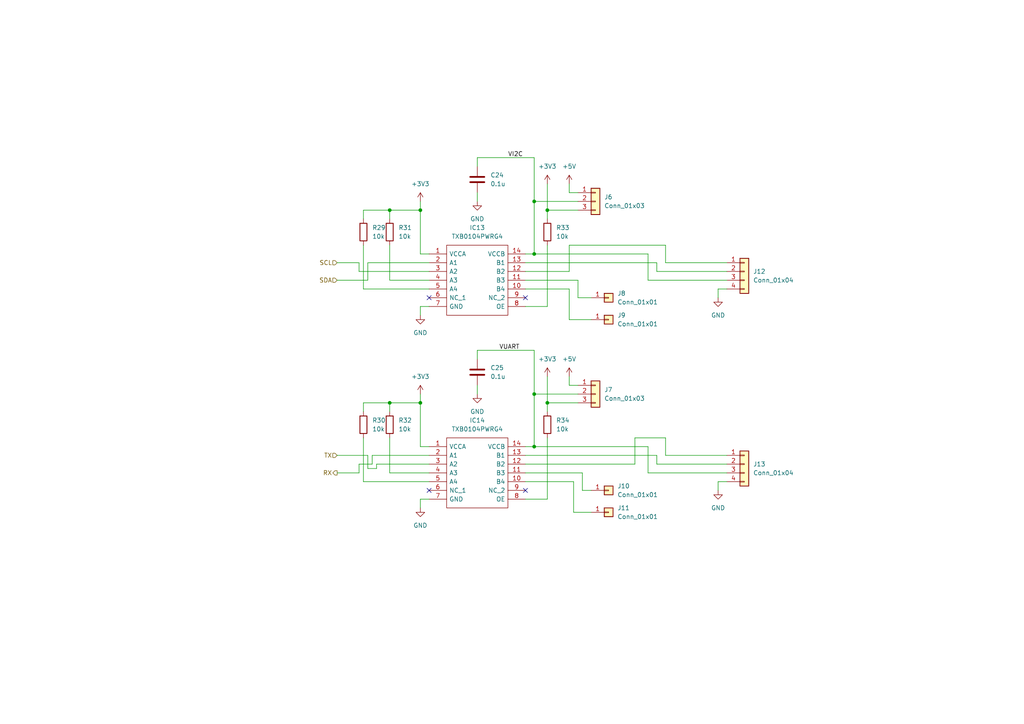
<source format=kicad_sch>
(kicad_sch (version 20211123) (generator eeschema)
  (paper "A4")
  (lib_symbols
    (symbol "Connector_Generic:Conn_01x01" (pin_names (offset 1.016) hide)
      (property "Reference" "J" (at 0 2.54 0))
      (property "Value" "Conn_01x01" (at 0 -2.54 0))
      (symbol "Conn_01x01_1_1"
        (rectangle (start -1.27 0.127) (end 0 -0.127) (stroke (width 0.1524)))
        (rectangle (start -1.27 1.27) (end 1.27 -1.27) (stroke (width 0.254)) (fill (type background)))
        (pin passive line (at -5.08 0 0) (length 3.81) (name "Pin_1") (number "1"))
      )
    )
    (symbol "Connector_Generic:Conn_01x03" (pin_names (offset 1.016) hide)
      (property "Reference" "J" (at 0 5.08 0))
      (property "Value" "Conn_01x03" (at 0 -5.08 0))
      (symbol "Conn_01x03_1_1"
        (rectangle (start -1.27 -2.413) (end 0 -2.667) (stroke (width 0.1524)))
        (rectangle (start -1.27 0.127) (end 0 -0.127) (stroke (width 0.1524)))
        (rectangle (start -1.27 2.667) (end 0 2.413) (stroke (width 0.1524)))
        (rectangle (start -1.27 3.81) (end 1.27 -3.81) (stroke (width 0.254)) (fill (type background)))
        (pin passive line (at -5.08 2.54 0) (length 3.81) (name "Pin_1") (number "1"))
        (pin passive line (at -5.08 0 0) (length 3.81) (name "Pin_2") (number "2"))
        (pin passive line (at -5.08 -2.54 0) (length 3.81) (name "Pin_3") (number "3"))
      )
    )
    (symbol "Connector_Generic:Conn_01x04" (pin_names (offset 1.016) hide)
      (property "Reference" "J" (at 0 5.08 0))
      (property "Value" "Conn_01x04" (at 0 -7.62 0))
      (symbol "Conn_01x04_1_1"
        (rectangle (start -1.27 -4.953) (end 0 -5.207) (stroke (width 0.1524)))
        (rectangle (start -1.27 -2.413) (end 0 -2.667) (stroke (width 0.1524)))
        (rectangle (start -1.27 0.127) (end 0 -0.127) (stroke (width 0.1524)))
        (rectangle (start -1.27 2.667) (end 0 2.413) (stroke (width 0.1524)))
        (rectangle (start -1.27 3.81) (end 1.27 -6.35) (stroke (width 0.254)) (fill (type background)))
        (pin passive line (at -5.08 2.54 0) (length 3.81) (name "Pin_1") (number "1"))
        (pin passive line (at -5.08 0 0) (length 3.81) (name "Pin_2") (number "2"))
        (pin passive line (at -5.08 -2.54 0) (length 3.81) (name "Pin_3") (number "3"))
        (pin passive line (at -5.08 -5.08 0) (length 3.81) (name "Pin_4") (number "4"))
      )
    )
    (symbol "Device:C" (pin_numbers hide) (pin_names (offset 0.254))
      (property "Reference" "C" (at 0.635 2.54 0))
      (property "Value" "C" (at 0.635 -2.54 0))
      (symbol "C_0_1"
        (polyline (pts (xy -2.032 -0.762) (xy 2.032 -0.762)) (stroke (width 0.508)))
        (polyline (pts (xy -2.032 0.762) (xy 2.032 0.762)) (stroke (width 0.508)))
      )
      (symbol "C_1_1"
        (pin passive line (at 0 3.81 270) (length 2.794) (name "~") (number "1"))
        (pin passive line (at 0 -3.81 90) (length 2.794) (name "~") (number "2"))
      )
    )
    (symbol "Device:R" (pin_numbers hide) (pin_names (offset 0))
      (property "Reference" "R" (at 2.032 0 90))
      (property "Value" "R" (at 0 0 90))
      (symbol "R_0_1"
        (rectangle (start -1.016 -2.54) (end 1.016 2.54) (stroke (width 0.254)))
      )
      (symbol "R_1_1"
        (pin passive line (at 0 3.81 270) (length 1.27) (name "~") (number "1"))
        (pin passive line (at 0 -3.81 90) (length 1.27) (name "~") (number "2"))
      )
    )
    (symbol "LibraryLoader:TXB0104PWRG4" (pin_names (offset 0.762))
      (property "Reference" "IC" (at 24.13 7.62 0))
      (property "Value" "TXB0104PWRG4" (at 24.13 5.08 0))
      (symbol "TXB0104PWRG4_0_0"
        (pin passive line (at 0 0 0) (length 5.08) (name "VCCA") (number "1"))
        (pin passive line (at 27.94 -10.16 180) (length 5.08) (name "B4") (number "10"))
        (pin passive line (at 27.94 -7.62 180) (length 5.08) (name "B3") (number "11"))
        (pin passive line (at 27.94 -5.08 180) (length 5.08) (name "B2") (number "12"))
        (pin passive line (at 27.94 -2.54 180) (length 5.08) (name "B1") (number "13"))
        (pin passive line (at 27.94 0 180) (length 5.08) (name "VCCB") (number "14"))
        (pin passive line (at 0 -2.54 0) (length 5.08) (name "A1") (number "2"))
        (pin passive line (at 0 -5.08 0) (length 5.08) (name "A2") (number "3"))
        (pin passive line (at 0 -7.62 0) (length 5.08) (name "A3") (number "4"))
        (pin passive line (at 0 -10.16 0) (length 5.08) (name "A4") (number "5"))
        (pin passive line (at 0 -12.7 0) (length 5.08) (name "NC_1") (number "6"))
        (pin passive line (at 0 -15.24 0) (length 5.08) (name "GND") (number "7"))
        (pin passive line (at 27.94 -15.24 180) (length 5.08) (name "OE") (number "8"))
        (pin passive line (at 27.94 -12.7 180) (length 5.08) (name "NC_2") (number "9"))
      )
      (symbol "TXB0104PWRG4_0_1"
        (polyline (pts (xy 5.08 2.54) (xy 22.86 2.54) (xy 22.86 -17.78) (xy 5.08 -17.78) (xy 5.08 2.54)) (stroke (width 0.1524)))
      )
    )
    (symbol "power:+3.3V" (power) (pin_names (offset 0))
      (property "Value" "+3.3V" (at 0 3.556 0))
      (symbol "+3.3V_0_1"
        (polyline (pts (xy -0.762 1.27) (xy 0 2.54)))
        (polyline (pts (xy 0 0) (xy 0 2.54)))
        (polyline (pts (xy 0 2.54) (xy 0.762 1.27)))
      )
      (symbol "+3.3V_1_1"
        (pin power_in line (at 0 0 90) (length 0) hide (name "+3V3") (number "1"))
      )
    )
    (symbol "power:+5V" (power) (pin_names (offset 0))
      (property "Value" "+5V" (at 0 3.556 0))
      (symbol "+5V_0_1"
        (polyline (pts (xy -0.762 1.27) (xy 0 2.54)))
        (polyline (pts (xy 0 0) (xy 0 2.54)))
        (polyline (pts (xy 0 2.54) (xy 0.762 1.27)))
      )
      (symbol "+5V_1_1"
        (pin power_in line (at 0 0 90) (length 0) hide (name "+5V") (number "1"))
      )
    )
    (symbol "power:GND" (power) (pin_names (offset 0))
      (property "Value" "GND" (at 0 -3.81 0))
      (symbol "GND_0_1"
        (polyline (pts (xy 0 0) (xy 0 -1.27) (xy 1.27 -1.27) (xy 0 -2.54) (xy -1.27 -1.27) (xy 0 -1.27)))
      )
      (symbol "GND_1_1"
        (pin power_in line (at 0 0 270) (length 0) hide (name "GND") (number "1"))
      )
    )
  )
  (junction (at 121.92 116.84))
  (junction (at 154.94 129.54))
  (junction (at 121.92 60.96))
  (junction (at 154.94 114.3))
  (junction (at 158.75 60.96))
  (junction (at 113.03 116.84))
  (junction (at 158.75 116.84))
  (junction (at 154.94 73.66))
  (junction (at 113.03 60.96))
  (junction (at 154.94 58.42))
  (no_connect (at 152.4 142.24))
  (no_connect (at 124.46 142.24))
  (no_connect (at 124.46 86.36))
  (no_connect (at 152.4 86.36))
  (wire (pts (xy 165.1 78.74) (xy 165.1 71.12)))
  (wire (pts (xy 167.64 114.3) (xy 154.94 114.3)))
  (wire (pts (xy 165.1 109.22) (xy 165.1 111.76)))
  (wire (pts (xy 138.43 111.76) (xy 138.43 114.3)))
  (wire (pts (xy 184.15 127) (xy 193.04 127)))
  (wire (pts (xy 193.04 132.08) (xy 210.82 132.08)))
  (wire (pts (xy 106.68 132.08) (xy 106.68 135.89)))
  (wire (pts (xy 165.1 83.82) (xy 165.1 92.71)))
  (wire (pts (xy 193.04 71.12) (xy 193.04 76.2)))
  (wire (pts (xy 165.1 92.71) (xy 171.45 92.71)))
  (wire (pts (xy 154.94 73.66) (xy 187.96 73.66)))
  (wire (pts (xy 152.4 76.2) (xy 190.5 76.2)))
  (wire (pts (xy 138.43 45.72) (xy 154.94 45.72)))
  (wire (pts (xy 158.75 116.84) (xy 167.64 116.84)))
  (wire (pts (xy 138.43 48.26) (xy 138.43 45.72)))
  (wire (pts (xy 121.92 60.96) (xy 121.92 73.66)))
  (wire (pts (xy 124.46 88.9) (xy 121.92 88.9)))
  (wire (pts (xy 138.43 55.88) (xy 138.43 58.42)))
  (wire (pts (xy 97.79 76.2) (xy 104.14 76.2)))
  (wire (pts (xy 190.5 78.74) (xy 210.82 78.74)))
  (wire (pts (xy 187.96 137.16) (xy 210.82 137.16)))
  (wire (pts (xy 167.64 58.42) (xy 154.94 58.42)))
  (wire (pts (xy 97.79 132.08) (xy 106.68 132.08)))
  (wire (pts (xy 104.14 137.16) (xy 104.14 134.62)))
  (wire (pts (xy 158.75 109.22) (xy 158.75 116.84)))
  (wire (pts (xy 109.22 135.89) (xy 109.22 134.62)))
  (wire (pts (xy 210.82 83.82) (xy 208.28 83.82)))
  (wire (pts (xy 121.92 129.54) (xy 121.92 116.84)))
  (wire (pts (xy 121.92 58.42) (xy 121.92 60.96)))
  (wire (pts (xy 113.03 81.28) (xy 124.46 81.28)))
  (wire (pts (xy 105.41 119.38) (xy 105.41 116.84)))
  (wire (pts (xy 190.5 76.2) (xy 190.5 78.74)))
  (wire (pts (xy 152.4 139.7) (xy 166.37 139.7)))
  (wire (pts (xy 154.94 114.3) (xy 154.94 129.54)))
  (wire (pts (xy 138.43 104.14) (xy 138.43 101.6)))
  (wire (pts (xy 154.94 129.54) (xy 152.4 129.54)))
  (wire (pts (xy 138.43 101.6) (xy 154.94 101.6)))
  (wire (pts (xy 187.96 81.28) (xy 210.82 81.28)))
  (wire (pts (xy 113.03 71.12) (xy 113.03 81.28)))
  (wire (pts (xy 107.95 132.08) (xy 107.95 134.62)))
  (wire (pts (xy 152.4 132.08) (xy 190.5 132.08)))
  (wire (pts (xy 208.28 139.7) (xy 208.28 142.24)))
  (wire (pts (xy 97.79 137.16) (xy 104.14 137.16)))
  (wire (pts (xy 158.75 53.34) (xy 158.75 60.96)))
  (wire (pts (xy 154.94 45.72) (xy 154.94 58.42)))
  (wire (pts (xy 105.41 139.7) (xy 124.46 139.7)))
  (wire (pts (xy 158.75 127) (xy 158.75 144.78)))
  (wire (pts (xy 193.04 127) (xy 193.04 132.08)))
  (wire (pts (xy 105.41 60.96) (xy 113.03 60.96)))
  (wire (pts (xy 106.68 76.2) (xy 124.46 76.2)))
  (wire (pts (xy 113.03 127) (xy 113.03 137.16)))
  (wire (pts (xy 121.92 88.9) (xy 121.92 91.44)))
  (wire (pts (xy 124.46 144.78) (xy 121.92 144.78)))
  (wire (pts (xy 208.28 83.82) (xy 208.28 86.36)))
  (wire (pts (xy 104.14 76.2) (xy 104.14 78.74)))
  (wire (pts (xy 104.14 78.74) (xy 124.46 78.74)))
  (wire (pts (xy 121.92 144.78) (xy 121.92 147.32)))
  (wire (pts (xy 187.96 73.66) (xy 187.96 81.28)))
  (wire (pts (xy 168.91 142.24) (xy 171.45 142.24)))
  (wire (pts (xy 187.96 129.54) (xy 187.96 137.16)))
  (wire (pts (xy 152.4 78.74) (xy 165.1 78.74)))
  (wire (pts (xy 124.46 129.54) (xy 121.92 129.54)))
  (wire (pts (xy 124.46 73.66) (xy 121.92 73.66)))
  (wire (pts (xy 124.46 132.08) (xy 107.95 132.08)))
  (wire (pts (xy 154.94 73.66) (xy 152.4 73.66)))
  (wire (pts (xy 109.22 134.62) (xy 124.46 134.62)))
  (wire (pts (xy 113.03 60.96) (xy 121.92 60.96)))
  (wire (pts (xy 165.1 55.88) (xy 165.1 53.34)))
  (wire (pts (xy 152.4 83.82) (xy 165.1 83.82)))
  (wire (pts (xy 106.68 81.28) (xy 106.68 76.2)))
  (wire (pts (xy 113.03 116.84) (xy 121.92 116.84)))
  (wire (pts (xy 154.94 101.6) (xy 154.94 114.3)))
  (wire (pts (xy 190.5 132.08) (xy 190.5 134.62)))
  (wire (pts (xy 105.41 116.84) (xy 113.03 116.84)))
  (wire (pts (xy 105.41 71.12) (xy 105.41 83.82)))
  (wire (pts (xy 158.75 144.78) (xy 152.4 144.78)))
  (wire (pts (xy 105.41 63.5) (xy 105.41 60.96)))
  (wire (pts (xy 167.64 81.28) (xy 167.64 86.36)))
  (wire (pts (xy 184.15 134.62) (xy 184.15 127)))
  (wire (pts (xy 158.75 116.84) (xy 158.75 119.38)))
  (wire (pts (xy 113.03 63.5) (xy 113.03 60.96)))
  (wire (pts (xy 152.4 134.62) (xy 184.15 134.62)))
  (wire (pts (xy 166.37 148.59) (xy 171.45 148.59)))
  (wire (pts (xy 158.75 71.12) (xy 158.75 88.9)))
  (wire (pts (xy 113.03 119.38) (xy 113.03 116.84)))
  (wire (pts (xy 152.4 81.28) (xy 167.64 81.28)))
  (wire (pts (xy 158.75 88.9) (xy 152.4 88.9)))
  (wire (pts (xy 167.64 86.36) (xy 171.45 86.36)))
  (wire (pts (xy 190.5 134.62) (xy 210.82 134.62)))
  (wire (pts (xy 210.82 139.7) (xy 208.28 139.7)))
  (wire (pts (xy 113.03 137.16) (xy 124.46 137.16)))
  (wire (pts (xy 165.1 71.12) (xy 193.04 71.12)))
  (wire (pts (xy 154.94 129.54) (xy 187.96 129.54)))
  (wire (pts (xy 105.41 83.82) (xy 124.46 83.82)))
  (wire (pts (xy 106.68 135.89) (xy 109.22 135.89)))
  (wire (pts (xy 158.75 60.96) (xy 158.75 63.5)))
  (wire (pts (xy 168.91 137.16) (xy 168.91 142.24)))
  (wire (pts (xy 167.64 55.88) (xy 165.1 55.88)))
  (wire (pts (xy 165.1 111.76) (xy 167.64 111.76)))
  (wire (pts (xy 166.37 139.7) (xy 166.37 148.59)))
  (wire (pts (xy 154.94 58.42) (xy 154.94 73.66)))
  (wire (pts (xy 104.14 134.62) (xy 107.95 134.62)))
  (wire (pts (xy 152.4 137.16) (xy 168.91 137.16)))
  (wire (pts (xy 97.79 81.28) (xy 106.68 81.28)))
  (wire (pts (xy 121.92 116.84) (xy 121.92 114.3)))
  (wire (pts (xy 158.75 60.96) (xy 167.64 60.96)))
  (wire (pts (xy 105.41 127) (xy 105.41 139.7)))
  (wire (pts (xy 193.04 76.2) (xy 210.82 76.2)))
  (label "VUART" (at 144.78 101.6 0))
  (label "VI2C" (at 147.32 45.72 0))
  (hierarchical_label "SCL" (shape input) (at 97.79 76.2 180))
  (hierarchical_label "RX" (shape output) (at 97.79 137.16 180))
  (hierarchical_label "TX" (shape input) (at 97.79 132.08 180))
  (hierarchical_label "SDA" (shape input) (at 97.79 81.28 180))
  (symbol (lib_id "Device:R") (at 105.41 123.19 0) (unit 1)
    (property "Reference" "R30" (at 107.95 121.9199 0) (effects (justify left)))
    (property "Value" "10k" (at 107.95 124.4599 0) (effects (justify left)))
    (property "Footprint" "Resistor_SMD:R_0805_2012Metric_Pad1.20x1.40mm_HandSolder" (effects hide))
  )
  (symbol (lib_id "power:+3.3V") (at 121.92 58.42 0) (unit 1)
    (property "Reference" "#PWR042" (effects hide))
    (property "Value" "+3.3V" (at 121.92 53.34 0))
  )
  (symbol (lib_id "power:+3.3V") (at 121.92 114.3 0) (unit 1)
    (property "Reference" "#PWR044" (effects hide))
    (property "Value" "+3.3V" (at 121.92 109.22 0))
  )
  (symbol (lib_id "Device:C") (at 138.43 52.07 0) (unit 1)
    (property "Reference" "C24" (at 142.24 50.7999 0) (effects (justify left)))
    (property "Value" "0.1u" (at 142.24 53.3399 0) (effects (justify left)))
    (property "Footprint" "Capacitor_SMD:C_0805_2012Metric_Pad1.18x1.45mm_HandSolder" (effects hide))
  )
  (symbol (lib_id "power:+5V") (at 165.1 109.22 0) (unit 1)
    (property "Reference" "#PWR049" (effects hide))
    (property "Value" "+5V" (at 165.1 104.14 0))
  )
  (symbol (lib_id "Connector_Generic:Conn_01x01") (at 176.53 148.59 0) (unit 1)
    (property "Reference" "J11" (at 179.07 147.3199 0) (effects (justify left)))
    (property "Value" "Conn_01x01" (at 179.07 149.8599 0) (effects (justify left)))
    (property "Footprint" "TestPoint:TestPoint_Pad_D1.0mm" (effects hide))
  )
  (symbol (lib_id "Connector_Generic:Conn_01x01") (at 176.53 86.36 0) (unit 1)
    (property "Reference" "J8" (at 179.07 85.0899 0) (effects (justify left)))
    (property "Value" "Conn_01x01" (at 179.07 87.6299 0) (effects (justify left)))
    (property "Footprint" "TestPoint:TestPoint_Pad_D1.0mm" (effects hide))
  )
  (symbol (lib_id "power:GND") (at 138.43 114.3 0) (unit 1)
    (property "Reference" "#PWR053" (effects hide))
    (property "Value" "GND" (at 138.43 119.38 0))
  )
  (symbol (lib_id "Connector_Generic:Conn_01x04") (at 215.9 78.74 0) (unit 1)
    (property "Reference" "J12" (at 218.44 78.7399 0) (effects (justify left)))
    (property "Value" "Conn_01x04" (at 218.44 81.2799 0) (effects (justify left)))
    (property "Footprint" "Connector_PinHeader_2.00mm:PinHeader_1x04_P2.00mm_Vertical" (effects hide))
  )
  (symbol (lib_id "Device:C") (at 138.43 107.95 0) (unit 1)
    (property "Reference" "C25" (at 142.24 106.6799 0) (effects (justify left)))
    (property "Value" "0.1u" (at 142.24 109.2199 0) (effects (justify left)))
    (property "Footprint" "Capacitor_SMD:C_0805_2012Metric_Pad1.18x1.45mm_HandSolder" (effects hide))
  )
  (symbol (lib_id "Connector_Generic:Conn_01x03") (at 172.72 58.42 0) (unit 1)
    (property "Reference" "J6" (at 175.26 57.1499 0) (effects (justify left)))
    (property "Value" "Conn_01x03" (at 175.26 59.6899 0) (effects (justify left)))
    (property "Footprint" "Connector_PinHeader_2.54mm:PinHeader_1x03_P2.54mm_Vertical" (effects hide))
  )
  (symbol (lib_id "power:GND") (at 121.92 147.32 0) (unit 1)
    (property "Reference" "#PWR045" (effects hide))
    (property "Value" "GND" (at 121.92 152.4 0))
  )
  (symbol (lib_id "power:+5V") (at 165.1 53.34 0) (unit 1)
    (property "Reference" "#PWR048" (effects hide))
    (property "Value" "+5V" (at 165.1 48.26 0))
  )
  (symbol (lib_id "Device:R") (at 113.03 123.19 0) (unit 1)
    (property "Reference" "R32" (at 115.57 121.9199 0) (effects (justify left)))
    (property "Value" "10k" (at 115.57 124.4599 0) (effects (justify left)))
    (property "Footprint" "Resistor_SMD:R_0805_2012Metric_Pad1.20x1.40mm_HandSolder" (effects hide))
  )
  (symbol (lib_id "Connector_Generic:Conn_01x03") (at 172.72 114.3 0) (unit 1)
    (property "Reference" "J7" (at 175.26 113.0299 0) (effects (justify left)))
    (property "Value" "Conn_01x03" (at 175.26 115.5699 0) (effects (justify left)))
    (property "Footprint" "Connector_PinHeader_2.54mm:PinHeader_1x03_P2.54mm_Vertical" (effects hide))
  )
  (symbol (lib_id "power:GND") (at 121.92 91.44 0) (unit 1)
    (property "Reference" "#PWR043" (effects hide))
    (property "Value" "GND" (at 121.92 96.52 0))
  )
  (symbol (lib_id "Connector_Generic:Conn_01x01") (at 176.53 92.71 0) (unit 1)
    (property "Reference" "J9" (at 179.07 91.4399 0) (effects (justify left)))
    (property "Value" "Conn_01x01" (at 179.07 93.9799 0) (effects (justify left)))
    (property "Footprint" "TestPoint:TestPoint_Pad_D1.0mm" (effects hide))
  )
  (symbol (lib_id "Device:R") (at 105.41 67.31 0) (unit 1)
    (property "Reference" "R29" (at 107.95 66.0399 0) (effects (justify left)))
    (property "Value" "10k" (at 107.95 68.5799 0) (effects (justify left)))
    (property "Footprint" "Resistor_SMD:R_0805_2012Metric_Pad1.20x1.40mm_HandSolder" (effects hide))
  )
  (symbol (lib_id "Device:R") (at 158.75 123.19 0) (unit 1)
    (property "Reference" "R34" (at 161.29 121.9199 0) (effects (justify left)))
    (property "Value" "10k" (at 161.29 124.4599 0) (effects (justify left)))
    (property "Footprint" "Resistor_SMD:R_0805_2012Metric_Pad1.20x1.40mm_HandSolder" (effects hide))
  )
  (symbol (lib_id "power:+3.3V") (at 158.75 53.34 0) (unit 1)
    (property "Reference" "#PWR046" (effects hide))
    (property "Value" "+3.3V" (at 158.75 48.26 0))
  )
  (symbol (lib_id "Connector_Generic:Conn_01x04") (at 215.9 134.62 0) (unit 1)
    (property "Reference" "J13" (at 218.44 134.6199 0) (effects (justify left)))
    (property "Value" "Conn_01x04" (at 218.44 137.1599 0) (effects (justify left)))
    (property "Footprint" "Connector_PinHeader_2.00mm:PinHeader_1x04_P2.00mm_Vertical" (effects hide))
  )
  (symbol (lib_id "Device:R") (at 113.03 67.31 0) (unit 1)
    (property "Reference" "R31" (at 115.57 66.0399 0) (effects (justify left)))
    (property "Value" "10k" (at 115.57 68.5799 0) (effects (justify left)))
    (property "Footprint" "Resistor_SMD:R_0805_2012Metric_Pad1.20x1.40mm_HandSolder" (effects hide))
  )
  (symbol (lib_id "power:+3.3V") (at 158.75 109.22 0) (unit 1)
    (property "Reference" "#PWR047" (effects hide))
    (property "Value" "+3.3V" (at 158.75 104.14 0))
  )
  (symbol (lib_id "LibraryLoader:TXB0104PWRG4") (at 124.46 129.54 0) (unit 1)
    (property "Reference" "IC14" (at 138.43 121.92 0))
    (property "Value" "TXB0104PWRG4" (at 138.43 124.46 0))
    (property "Footprint" "LibraryLoader:SOP65P640X120-14N" (effects hide))
    (property "Datasheet" "https://datasheet.datasheetarchive.com/originals/distributors/SFDatasheet-6/sf-000131436.pdf" (effects hide))
    (property "Description" "Texas Instruments TXB0104PWRG4, Voltage Level Translator, 3-State, 1.2  3.6 V, 1.65  5.5 V, 14-Pin TSSOP" (effects hide))
    (property "Height" "1.2" (effects hide))
    (property "Mouser Part Number" "595-TXB0104PWRG4" (effects hide))
    (property "Mouser Price/Stock" "https://www.mouser.co.uk/ProductDetail/Texas-Instruments/TXB0104PWRG4?qs=oFXvjAmG9EjoQ0gyZ%252BZWbg%3D%3D" (effects hide))
    (property "Manufacturer_Name" "Texas Instruments" (effects hide))
    (property "Manufacturer_Part_Number" "TXB0104PWRG4" (effects hide))
  )
  (symbol (lib_id "power:GND") (at 138.43 58.42 0) (unit 1)
    (property "Reference" "#PWR052" (effects hide))
    (property "Value" "GND" (at 138.43 63.5 0))
  )
  (symbol (lib_id "LibraryLoader:TXB0104PWRG4") (at 124.46 73.66 0) (unit 1)
    (property "Reference" "IC13" (at 138.43 66.04 0))
    (property "Value" "TXB0104PWRG4" (at 138.43 68.58 0))
    (property "Footprint" "LibraryLoader:SOP65P640X120-14N" (effects hide))
    (property "Datasheet" "https://datasheet.datasheetarchive.com/originals/distributors/SFDatasheet-6/sf-000131436.pdf" (effects hide))
    (property "Description" "Texas Instruments TXB0104PWRG4, Voltage Level Translator, 3-State, 1.2  3.6 V, 1.65  5.5 V, 14-Pin TSSOP" (effects hide))
    (property "Height" "1.2" (effects hide))
    (property "Mouser Part Number" "595-TXB0104PWRG4" (effects hide))
    (property "Mouser Price/Stock" "https://www.mouser.co.uk/ProductDetail/Texas-Instruments/TXB0104PWRG4?qs=oFXvjAmG9EjoQ0gyZ%252BZWbg%3D%3D" (effects hide))
    (property "Manufacturer_Name" "Texas Instruments" (effects hide))
    (property "Manufacturer_Part_Number" "TXB0104PWRG4" (effects hide))
  )
  (symbol (lib_id "Connector_Generic:Conn_01x01") (at 176.53 142.24 0) (unit 1)
    (property "Reference" "J10" (at 179.07 140.9699 0) (effects (justify left)))
    (property "Value" "Conn_01x01" (at 179.07 143.5099 0) (effects (justify left)))
    (property "Footprint" "TestPoint:TestPoint_Pad_D1.0mm" (effects hide))
  )
  (symbol (lib_id "power:GND") (at 208.28 86.36 0) (unit 1)
    (property "Reference" "#PWR050" (effects hide))
    (property "Value" "GND" (at 208.28 91.44 0))
  )
  (symbol (lib_id "Device:R") (at 158.75 67.31 0) (unit 1)
    (property "Reference" "R33" (at 161.29 66.0399 0) (effects (justify left)))
    (property "Value" "10k" (at 161.29 68.5799 0) (effects (justify left)))
    (property "Footprint" "Resistor_SMD:R_0805_2012Metric_Pad1.20x1.40mm_HandSolder" (effects hide))
  )
  (symbol (lib_id "power:GND") (at 208.28 142.24 0) (unit 1)
    (property "Reference" "#PWR051" (effects hide))
    (property "Value" "GND" (at 208.28 147.32 0))
  )
)
</source>
